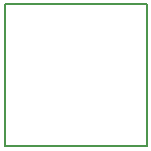
<source format=gbr>
G04 #@! TF.GenerationSoftware,KiCad,Pcbnew,(5.0.0)*
G04 #@! TF.CreationDate,2019-03-20T16:31:39+03:00*
G04 #@! TF.ProjectId,564__1__DG409L,3536341A1F31125F44473430394C2E6B,rev?*
G04 #@! TF.SameCoordinates,Original*
G04 #@! TF.FileFunction,Profile,NP*
%FSLAX46Y46*%
G04 Gerber Fmt 4.6, Leading zero omitted, Abs format (unit mm)*
G04 Created by KiCad (PCBNEW (5.0.0)) date 03/20/19 16:31:39*
%MOMM*%
%LPD*%
G01*
G04 APERTURE LIST*
%ADD10C,0.200000*%
G04 APERTURE END LIST*
D10*
X149000000Y-88000000D02*
X137000000Y-88000000D01*
X149000000Y-100000000D02*
X149000000Y-88000000D01*
X137000000Y-100000000D02*
X149000000Y-100000000D01*
X137000000Y-88000000D02*
X137000000Y-100000000D01*
M02*

</source>
